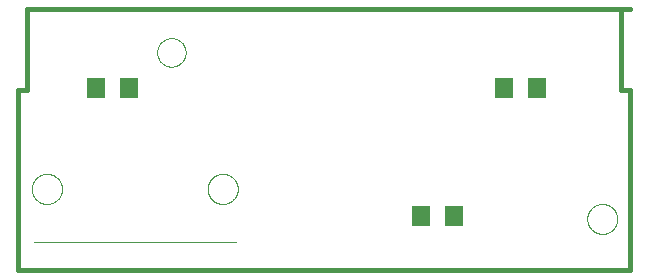
<source format=gtp>
G75*
%MOIN*%
%OFA0B0*%
%FSLAX25Y25*%
%IPPOS*%
%LPD*%
%AMOC8*
5,1,8,0,0,1.08239X$1,22.5*
%
%ADD10C,0.01600*%
%ADD11C,0.00000*%
%ADD12R,0.06299X0.07087*%
D10*
X0001800Y0001800D02*
X0205800Y0001800D01*
X0205800Y0061800D01*
X0202800Y0061800D01*
X0202800Y0088800D01*
X0205800Y0088800D01*
X0202800Y0088800D02*
X0004800Y0088800D01*
X0004800Y0061800D01*
X0001800Y0061800D01*
X0001800Y0001800D01*
D11*
X0007209Y0011005D02*
X0074391Y0011005D01*
X0065071Y0028800D02*
X0065073Y0028941D01*
X0065079Y0029083D01*
X0065089Y0029224D01*
X0065103Y0029365D01*
X0065121Y0029505D01*
X0065143Y0029645D01*
X0065168Y0029784D01*
X0065198Y0029922D01*
X0065232Y0030059D01*
X0065269Y0030196D01*
X0065310Y0030331D01*
X0065355Y0030465D01*
X0065404Y0030598D01*
X0065457Y0030729D01*
X0065513Y0030859D01*
X0065573Y0030987D01*
X0065636Y0031114D01*
X0065703Y0031238D01*
X0065773Y0031361D01*
X0065847Y0031481D01*
X0065924Y0031600D01*
X0066005Y0031716D01*
X0066089Y0031830D01*
X0066176Y0031942D01*
X0066266Y0032051D01*
X0066359Y0032157D01*
X0066455Y0032261D01*
X0066554Y0032362D01*
X0066656Y0032460D01*
X0066760Y0032556D01*
X0066867Y0032648D01*
X0066977Y0032737D01*
X0067089Y0032824D01*
X0067204Y0032907D01*
X0067320Y0032986D01*
X0067439Y0033063D01*
X0067561Y0033136D01*
X0067684Y0033205D01*
X0067809Y0033271D01*
X0067936Y0033334D01*
X0068064Y0033393D01*
X0068194Y0033448D01*
X0068326Y0033500D01*
X0068459Y0033547D01*
X0068594Y0033591D01*
X0068729Y0033632D01*
X0068866Y0033668D01*
X0069004Y0033701D01*
X0069142Y0033729D01*
X0069281Y0033754D01*
X0069421Y0033775D01*
X0069562Y0033792D01*
X0069702Y0033805D01*
X0069844Y0033814D01*
X0069985Y0033819D01*
X0070126Y0033820D01*
X0070268Y0033817D01*
X0070409Y0033810D01*
X0070550Y0033799D01*
X0070691Y0033784D01*
X0070831Y0033765D01*
X0070970Y0033742D01*
X0071109Y0033716D01*
X0071247Y0033685D01*
X0071385Y0033650D01*
X0071521Y0033612D01*
X0071656Y0033570D01*
X0071789Y0033524D01*
X0071922Y0033474D01*
X0072053Y0033421D01*
X0072182Y0033364D01*
X0072310Y0033303D01*
X0072436Y0033239D01*
X0072560Y0033171D01*
X0072682Y0033100D01*
X0072802Y0033025D01*
X0072920Y0032947D01*
X0073036Y0032865D01*
X0073149Y0032781D01*
X0073260Y0032693D01*
X0073369Y0032602D01*
X0073474Y0032508D01*
X0073578Y0032412D01*
X0073678Y0032312D01*
X0073775Y0032210D01*
X0073870Y0032104D01*
X0073962Y0031997D01*
X0074050Y0031886D01*
X0074136Y0031774D01*
X0074218Y0031658D01*
X0074297Y0031541D01*
X0074372Y0031421D01*
X0074444Y0031300D01*
X0074513Y0031176D01*
X0074578Y0031051D01*
X0074640Y0030923D01*
X0074698Y0030794D01*
X0074752Y0030664D01*
X0074803Y0030532D01*
X0074850Y0030398D01*
X0074893Y0030264D01*
X0074932Y0030128D01*
X0074968Y0029991D01*
X0074999Y0029853D01*
X0075027Y0029714D01*
X0075051Y0029575D01*
X0075071Y0029435D01*
X0075087Y0029294D01*
X0075099Y0029153D01*
X0075107Y0029012D01*
X0075111Y0028871D01*
X0075111Y0028729D01*
X0075107Y0028588D01*
X0075099Y0028447D01*
X0075087Y0028306D01*
X0075071Y0028165D01*
X0075051Y0028025D01*
X0075027Y0027886D01*
X0074999Y0027747D01*
X0074968Y0027609D01*
X0074932Y0027472D01*
X0074893Y0027336D01*
X0074850Y0027202D01*
X0074803Y0027068D01*
X0074752Y0026936D01*
X0074698Y0026806D01*
X0074640Y0026677D01*
X0074578Y0026549D01*
X0074513Y0026424D01*
X0074444Y0026300D01*
X0074372Y0026179D01*
X0074297Y0026059D01*
X0074218Y0025942D01*
X0074136Y0025826D01*
X0074050Y0025714D01*
X0073962Y0025603D01*
X0073870Y0025496D01*
X0073775Y0025390D01*
X0073678Y0025288D01*
X0073578Y0025188D01*
X0073474Y0025092D01*
X0073369Y0024998D01*
X0073260Y0024907D01*
X0073149Y0024819D01*
X0073036Y0024735D01*
X0072920Y0024653D01*
X0072802Y0024575D01*
X0072682Y0024500D01*
X0072560Y0024429D01*
X0072436Y0024361D01*
X0072310Y0024297D01*
X0072182Y0024236D01*
X0072053Y0024179D01*
X0071922Y0024126D01*
X0071789Y0024076D01*
X0071656Y0024030D01*
X0071521Y0023988D01*
X0071385Y0023950D01*
X0071247Y0023915D01*
X0071109Y0023884D01*
X0070970Y0023858D01*
X0070831Y0023835D01*
X0070691Y0023816D01*
X0070550Y0023801D01*
X0070409Y0023790D01*
X0070268Y0023783D01*
X0070126Y0023780D01*
X0069985Y0023781D01*
X0069844Y0023786D01*
X0069702Y0023795D01*
X0069562Y0023808D01*
X0069421Y0023825D01*
X0069281Y0023846D01*
X0069142Y0023871D01*
X0069004Y0023899D01*
X0068866Y0023932D01*
X0068729Y0023968D01*
X0068594Y0024009D01*
X0068459Y0024053D01*
X0068326Y0024100D01*
X0068194Y0024152D01*
X0068064Y0024207D01*
X0067936Y0024266D01*
X0067809Y0024329D01*
X0067684Y0024395D01*
X0067561Y0024464D01*
X0067439Y0024537D01*
X0067320Y0024614D01*
X0067204Y0024693D01*
X0067089Y0024776D01*
X0066977Y0024863D01*
X0066867Y0024952D01*
X0066760Y0025044D01*
X0066656Y0025140D01*
X0066554Y0025238D01*
X0066455Y0025339D01*
X0066359Y0025443D01*
X0066266Y0025549D01*
X0066176Y0025658D01*
X0066089Y0025770D01*
X0066005Y0025884D01*
X0065924Y0026000D01*
X0065847Y0026119D01*
X0065773Y0026239D01*
X0065703Y0026362D01*
X0065636Y0026486D01*
X0065573Y0026613D01*
X0065513Y0026741D01*
X0065457Y0026871D01*
X0065404Y0027002D01*
X0065355Y0027135D01*
X0065310Y0027269D01*
X0065269Y0027404D01*
X0065232Y0027541D01*
X0065198Y0027678D01*
X0065168Y0027816D01*
X0065143Y0027955D01*
X0065121Y0028095D01*
X0065103Y0028235D01*
X0065089Y0028376D01*
X0065079Y0028517D01*
X0065073Y0028659D01*
X0065071Y0028800D01*
X0006489Y0028800D02*
X0006491Y0028941D01*
X0006497Y0029083D01*
X0006507Y0029224D01*
X0006521Y0029365D01*
X0006539Y0029505D01*
X0006561Y0029645D01*
X0006586Y0029784D01*
X0006616Y0029922D01*
X0006650Y0030059D01*
X0006687Y0030196D01*
X0006728Y0030331D01*
X0006773Y0030465D01*
X0006822Y0030598D01*
X0006875Y0030729D01*
X0006931Y0030859D01*
X0006991Y0030987D01*
X0007054Y0031114D01*
X0007121Y0031238D01*
X0007191Y0031361D01*
X0007265Y0031481D01*
X0007342Y0031600D01*
X0007423Y0031716D01*
X0007507Y0031830D01*
X0007594Y0031942D01*
X0007684Y0032051D01*
X0007777Y0032157D01*
X0007873Y0032261D01*
X0007972Y0032362D01*
X0008074Y0032460D01*
X0008178Y0032556D01*
X0008285Y0032648D01*
X0008395Y0032737D01*
X0008507Y0032824D01*
X0008622Y0032907D01*
X0008738Y0032986D01*
X0008857Y0033063D01*
X0008979Y0033136D01*
X0009102Y0033205D01*
X0009227Y0033271D01*
X0009354Y0033334D01*
X0009482Y0033393D01*
X0009612Y0033448D01*
X0009744Y0033500D01*
X0009877Y0033547D01*
X0010012Y0033591D01*
X0010147Y0033632D01*
X0010284Y0033668D01*
X0010422Y0033701D01*
X0010560Y0033729D01*
X0010699Y0033754D01*
X0010839Y0033775D01*
X0010980Y0033792D01*
X0011120Y0033805D01*
X0011262Y0033814D01*
X0011403Y0033819D01*
X0011544Y0033820D01*
X0011686Y0033817D01*
X0011827Y0033810D01*
X0011968Y0033799D01*
X0012109Y0033784D01*
X0012249Y0033765D01*
X0012388Y0033742D01*
X0012527Y0033716D01*
X0012665Y0033685D01*
X0012803Y0033650D01*
X0012939Y0033612D01*
X0013074Y0033570D01*
X0013207Y0033524D01*
X0013340Y0033474D01*
X0013471Y0033421D01*
X0013600Y0033364D01*
X0013728Y0033303D01*
X0013854Y0033239D01*
X0013978Y0033171D01*
X0014100Y0033100D01*
X0014220Y0033025D01*
X0014338Y0032947D01*
X0014454Y0032865D01*
X0014567Y0032781D01*
X0014678Y0032693D01*
X0014787Y0032602D01*
X0014892Y0032508D01*
X0014996Y0032412D01*
X0015096Y0032312D01*
X0015193Y0032210D01*
X0015288Y0032104D01*
X0015380Y0031997D01*
X0015468Y0031886D01*
X0015554Y0031774D01*
X0015636Y0031658D01*
X0015715Y0031541D01*
X0015790Y0031421D01*
X0015862Y0031300D01*
X0015931Y0031176D01*
X0015996Y0031051D01*
X0016058Y0030923D01*
X0016116Y0030794D01*
X0016170Y0030664D01*
X0016221Y0030532D01*
X0016268Y0030398D01*
X0016311Y0030264D01*
X0016350Y0030128D01*
X0016386Y0029991D01*
X0016417Y0029853D01*
X0016445Y0029714D01*
X0016469Y0029575D01*
X0016489Y0029435D01*
X0016505Y0029294D01*
X0016517Y0029153D01*
X0016525Y0029012D01*
X0016529Y0028871D01*
X0016529Y0028729D01*
X0016525Y0028588D01*
X0016517Y0028447D01*
X0016505Y0028306D01*
X0016489Y0028165D01*
X0016469Y0028025D01*
X0016445Y0027886D01*
X0016417Y0027747D01*
X0016386Y0027609D01*
X0016350Y0027472D01*
X0016311Y0027336D01*
X0016268Y0027202D01*
X0016221Y0027068D01*
X0016170Y0026936D01*
X0016116Y0026806D01*
X0016058Y0026677D01*
X0015996Y0026549D01*
X0015931Y0026424D01*
X0015862Y0026300D01*
X0015790Y0026179D01*
X0015715Y0026059D01*
X0015636Y0025942D01*
X0015554Y0025826D01*
X0015468Y0025714D01*
X0015380Y0025603D01*
X0015288Y0025496D01*
X0015193Y0025390D01*
X0015096Y0025288D01*
X0014996Y0025188D01*
X0014892Y0025092D01*
X0014787Y0024998D01*
X0014678Y0024907D01*
X0014567Y0024819D01*
X0014454Y0024735D01*
X0014338Y0024653D01*
X0014220Y0024575D01*
X0014100Y0024500D01*
X0013978Y0024429D01*
X0013854Y0024361D01*
X0013728Y0024297D01*
X0013600Y0024236D01*
X0013471Y0024179D01*
X0013340Y0024126D01*
X0013207Y0024076D01*
X0013074Y0024030D01*
X0012939Y0023988D01*
X0012803Y0023950D01*
X0012665Y0023915D01*
X0012527Y0023884D01*
X0012388Y0023858D01*
X0012249Y0023835D01*
X0012109Y0023816D01*
X0011968Y0023801D01*
X0011827Y0023790D01*
X0011686Y0023783D01*
X0011544Y0023780D01*
X0011403Y0023781D01*
X0011262Y0023786D01*
X0011120Y0023795D01*
X0010980Y0023808D01*
X0010839Y0023825D01*
X0010699Y0023846D01*
X0010560Y0023871D01*
X0010422Y0023899D01*
X0010284Y0023932D01*
X0010147Y0023968D01*
X0010012Y0024009D01*
X0009877Y0024053D01*
X0009744Y0024100D01*
X0009612Y0024152D01*
X0009482Y0024207D01*
X0009354Y0024266D01*
X0009227Y0024329D01*
X0009102Y0024395D01*
X0008979Y0024464D01*
X0008857Y0024537D01*
X0008738Y0024614D01*
X0008622Y0024693D01*
X0008507Y0024776D01*
X0008395Y0024863D01*
X0008285Y0024952D01*
X0008178Y0025044D01*
X0008074Y0025140D01*
X0007972Y0025238D01*
X0007873Y0025339D01*
X0007777Y0025443D01*
X0007684Y0025549D01*
X0007594Y0025658D01*
X0007507Y0025770D01*
X0007423Y0025884D01*
X0007342Y0026000D01*
X0007265Y0026119D01*
X0007191Y0026239D01*
X0007121Y0026362D01*
X0007054Y0026486D01*
X0006991Y0026613D01*
X0006931Y0026741D01*
X0006875Y0026871D01*
X0006822Y0027002D01*
X0006773Y0027135D01*
X0006728Y0027269D01*
X0006687Y0027404D01*
X0006650Y0027541D01*
X0006616Y0027678D01*
X0006586Y0027816D01*
X0006561Y0027955D01*
X0006539Y0028095D01*
X0006521Y0028235D01*
X0006507Y0028376D01*
X0006497Y0028517D01*
X0006491Y0028659D01*
X0006489Y0028800D01*
X0048250Y0074300D02*
X0048252Y0074438D01*
X0048258Y0074575D01*
X0048268Y0074712D01*
X0048282Y0074849D01*
X0048300Y0074985D01*
X0048322Y0075121D01*
X0048347Y0075256D01*
X0048377Y0075390D01*
X0048410Y0075524D01*
X0048448Y0075656D01*
X0048489Y0075787D01*
X0048534Y0075917D01*
X0048583Y0076046D01*
X0048635Y0076173D01*
X0048691Y0076299D01*
X0048751Y0076423D01*
X0048814Y0076545D01*
X0048881Y0076665D01*
X0048951Y0076783D01*
X0049024Y0076900D01*
X0049101Y0077014D01*
X0049182Y0077125D01*
X0049265Y0077235D01*
X0049351Y0077342D01*
X0049441Y0077446D01*
X0049534Y0077548D01*
X0049629Y0077647D01*
X0049727Y0077743D01*
X0049828Y0077836D01*
X0049932Y0077926D01*
X0050038Y0078014D01*
X0050147Y0078098D01*
X0050258Y0078179D01*
X0050372Y0078257D01*
X0050487Y0078331D01*
X0050605Y0078402D01*
X0050725Y0078470D01*
X0050847Y0078534D01*
X0050970Y0078594D01*
X0051095Y0078651D01*
X0051222Y0078705D01*
X0051350Y0078754D01*
X0051480Y0078800D01*
X0051611Y0078842D01*
X0051743Y0078881D01*
X0051876Y0078915D01*
X0052010Y0078946D01*
X0052145Y0078972D01*
X0052281Y0078995D01*
X0052417Y0079014D01*
X0052554Y0079029D01*
X0052691Y0079040D01*
X0052828Y0079047D01*
X0052966Y0079050D01*
X0053103Y0079049D01*
X0053241Y0079044D01*
X0053378Y0079035D01*
X0053515Y0079022D01*
X0053651Y0079005D01*
X0053787Y0078984D01*
X0053922Y0078960D01*
X0054057Y0078931D01*
X0054191Y0078898D01*
X0054323Y0078862D01*
X0054455Y0078822D01*
X0054585Y0078778D01*
X0054714Y0078730D01*
X0054842Y0078678D01*
X0054968Y0078623D01*
X0055092Y0078565D01*
X0055214Y0078502D01*
X0055335Y0078436D01*
X0055454Y0078367D01*
X0055571Y0078294D01*
X0055685Y0078218D01*
X0055798Y0078139D01*
X0055908Y0078056D01*
X0056015Y0077970D01*
X0056120Y0077882D01*
X0056222Y0077790D01*
X0056322Y0077695D01*
X0056419Y0077597D01*
X0056513Y0077497D01*
X0056604Y0077394D01*
X0056692Y0077288D01*
X0056777Y0077180D01*
X0056859Y0077070D01*
X0056938Y0076957D01*
X0057013Y0076842D01*
X0057085Y0076724D01*
X0057153Y0076605D01*
X0057218Y0076484D01*
X0057280Y0076361D01*
X0057337Y0076236D01*
X0057392Y0076110D01*
X0057442Y0075982D01*
X0057489Y0075853D01*
X0057532Y0075722D01*
X0057571Y0075590D01*
X0057607Y0075457D01*
X0057638Y0075323D01*
X0057666Y0075189D01*
X0057690Y0075053D01*
X0057710Y0074917D01*
X0057726Y0074781D01*
X0057738Y0074644D01*
X0057746Y0074506D01*
X0057750Y0074369D01*
X0057750Y0074231D01*
X0057746Y0074094D01*
X0057738Y0073956D01*
X0057726Y0073819D01*
X0057710Y0073683D01*
X0057690Y0073547D01*
X0057666Y0073411D01*
X0057638Y0073277D01*
X0057607Y0073143D01*
X0057571Y0073010D01*
X0057532Y0072878D01*
X0057489Y0072747D01*
X0057442Y0072618D01*
X0057392Y0072490D01*
X0057337Y0072364D01*
X0057280Y0072239D01*
X0057218Y0072116D01*
X0057153Y0071995D01*
X0057085Y0071876D01*
X0057013Y0071758D01*
X0056938Y0071643D01*
X0056859Y0071530D01*
X0056777Y0071420D01*
X0056692Y0071312D01*
X0056604Y0071206D01*
X0056513Y0071103D01*
X0056419Y0071003D01*
X0056322Y0070905D01*
X0056222Y0070810D01*
X0056120Y0070718D01*
X0056015Y0070630D01*
X0055908Y0070544D01*
X0055798Y0070461D01*
X0055685Y0070382D01*
X0055571Y0070306D01*
X0055454Y0070233D01*
X0055335Y0070164D01*
X0055214Y0070098D01*
X0055092Y0070035D01*
X0054968Y0069977D01*
X0054842Y0069922D01*
X0054714Y0069870D01*
X0054585Y0069822D01*
X0054455Y0069778D01*
X0054323Y0069738D01*
X0054191Y0069702D01*
X0054057Y0069669D01*
X0053922Y0069640D01*
X0053787Y0069616D01*
X0053651Y0069595D01*
X0053515Y0069578D01*
X0053378Y0069565D01*
X0053241Y0069556D01*
X0053103Y0069551D01*
X0052966Y0069550D01*
X0052828Y0069553D01*
X0052691Y0069560D01*
X0052554Y0069571D01*
X0052417Y0069586D01*
X0052281Y0069605D01*
X0052145Y0069628D01*
X0052010Y0069654D01*
X0051876Y0069685D01*
X0051743Y0069719D01*
X0051611Y0069758D01*
X0051480Y0069800D01*
X0051350Y0069846D01*
X0051222Y0069895D01*
X0051095Y0069949D01*
X0050970Y0070006D01*
X0050847Y0070066D01*
X0050725Y0070130D01*
X0050605Y0070198D01*
X0050487Y0070269D01*
X0050372Y0070343D01*
X0050258Y0070421D01*
X0050147Y0070502D01*
X0050038Y0070586D01*
X0049932Y0070674D01*
X0049828Y0070764D01*
X0049727Y0070857D01*
X0049629Y0070953D01*
X0049534Y0071052D01*
X0049441Y0071154D01*
X0049351Y0071258D01*
X0049265Y0071365D01*
X0049182Y0071475D01*
X0049101Y0071586D01*
X0049024Y0071700D01*
X0048951Y0071817D01*
X0048881Y0071935D01*
X0048814Y0072055D01*
X0048751Y0072177D01*
X0048691Y0072301D01*
X0048635Y0072427D01*
X0048583Y0072554D01*
X0048534Y0072683D01*
X0048489Y0072813D01*
X0048448Y0072944D01*
X0048410Y0073076D01*
X0048377Y0073210D01*
X0048347Y0073344D01*
X0048322Y0073479D01*
X0048300Y0073615D01*
X0048282Y0073751D01*
X0048268Y0073888D01*
X0048258Y0074025D01*
X0048252Y0074162D01*
X0048250Y0074300D01*
X0191600Y0018800D02*
X0191602Y0018941D01*
X0191608Y0019082D01*
X0191618Y0019222D01*
X0191632Y0019362D01*
X0191650Y0019502D01*
X0191671Y0019641D01*
X0191697Y0019780D01*
X0191726Y0019918D01*
X0191760Y0020054D01*
X0191797Y0020190D01*
X0191838Y0020325D01*
X0191883Y0020459D01*
X0191932Y0020591D01*
X0191984Y0020722D01*
X0192040Y0020851D01*
X0192100Y0020978D01*
X0192163Y0021104D01*
X0192229Y0021228D01*
X0192300Y0021351D01*
X0192373Y0021471D01*
X0192450Y0021589D01*
X0192530Y0021705D01*
X0192614Y0021818D01*
X0192700Y0021929D01*
X0192790Y0022038D01*
X0192883Y0022144D01*
X0192978Y0022247D01*
X0193077Y0022348D01*
X0193178Y0022446D01*
X0193282Y0022541D01*
X0193389Y0022633D01*
X0193498Y0022722D01*
X0193610Y0022807D01*
X0193724Y0022890D01*
X0193840Y0022970D01*
X0193959Y0023046D01*
X0194080Y0023118D01*
X0194202Y0023188D01*
X0194327Y0023253D01*
X0194453Y0023316D01*
X0194581Y0023374D01*
X0194711Y0023429D01*
X0194842Y0023481D01*
X0194975Y0023528D01*
X0195109Y0023572D01*
X0195244Y0023613D01*
X0195380Y0023649D01*
X0195517Y0023681D01*
X0195655Y0023710D01*
X0195793Y0023735D01*
X0195933Y0023755D01*
X0196073Y0023772D01*
X0196213Y0023785D01*
X0196354Y0023794D01*
X0196494Y0023799D01*
X0196635Y0023800D01*
X0196776Y0023797D01*
X0196917Y0023790D01*
X0197057Y0023779D01*
X0197197Y0023764D01*
X0197337Y0023745D01*
X0197476Y0023723D01*
X0197614Y0023696D01*
X0197752Y0023666D01*
X0197888Y0023631D01*
X0198024Y0023593D01*
X0198158Y0023551D01*
X0198292Y0023505D01*
X0198424Y0023456D01*
X0198554Y0023402D01*
X0198683Y0023345D01*
X0198810Y0023285D01*
X0198936Y0023221D01*
X0199059Y0023153D01*
X0199181Y0023082D01*
X0199301Y0023008D01*
X0199418Y0022930D01*
X0199533Y0022849D01*
X0199646Y0022765D01*
X0199757Y0022678D01*
X0199865Y0022587D01*
X0199970Y0022494D01*
X0200073Y0022397D01*
X0200173Y0022298D01*
X0200270Y0022196D01*
X0200364Y0022091D01*
X0200455Y0021984D01*
X0200543Y0021874D01*
X0200628Y0021762D01*
X0200710Y0021647D01*
X0200789Y0021530D01*
X0200864Y0021411D01*
X0200936Y0021290D01*
X0201004Y0021167D01*
X0201069Y0021042D01*
X0201131Y0020915D01*
X0201188Y0020786D01*
X0201243Y0020656D01*
X0201293Y0020525D01*
X0201340Y0020392D01*
X0201383Y0020258D01*
X0201422Y0020122D01*
X0201457Y0019986D01*
X0201489Y0019849D01*
X0201516Y0019711D01*
X0201540Y0019572D01*
X0201560Y0019432D01*
X0201576Y0019292D01*
X0201588Y0019152D01*
X0201596Y0019011D01*
X0201600Y0018870D01*
X0201600Y0018730D01*
X0201596Y0018589D01*
X0201588Y0018448D01*
X0201576Y0018308D01*
X0201560Y0018168D01*
X0201540Y0018028D01*
X0201516Y0017889D01*
X0201489Y0017751D01*
X0201457Y0017614D01*
X0201422Y0017478D01*
X0201383Y0017342D01*
X0201340Y0017208D01*
X0201293Y0017075D01*
X0201243Y0016944D01*
X0201188Y0016814D01*
X0201131Y0016685D01*
X0201069Y0016558D01*
X0201004Y0016433D01*
X0200936Y0016310D01*
X0200864Y0016189D01*
X0200789Y0016070D01*
X0200710Y0015953D01*
X0200628Y0015838D01*
X0200543Y0015726D01*
X0200455Y0015616D01*
X0200364Y0015509D01*
X0200270Y0015404D01*
X0200173Y0015302D01*
X0200073Y0015203D01*
X0199970Y0015106D01*
X0199865Y0015013D01*
X0199757Y0014922D01*
X0199646Y0014835D01*
X0199533Y0014751D01*
X0199418Y0014670D01*
X0199301Y0014592D01*
X0199181Y0014518D01*
X0199059Y0014447D01*
X0198936Y0014379D01*
X0198810Y0014315D01*
X0198683Y0014255D01*
X0198554Y0014198D01*
X0198424Y0014144D01*
X0198292Y0014095D01*
X0198158Y0014049D01*
X0198024Y0014007D01*
X0197888Y0013969D01*
X0197752Y0013934D01*
X0197614Y0013904D01*
X0197476Y0013877D01*
X0197337Y0013855D01*
X0197197Y0013836D01*
X0197057Y0013821D01*
X0196917Y0013810D01*
X0196776Y0013803D01*
X0196635Y0013800D01*
X0196494Y0013801D01*
X0196354Y0013806D01*
X0196213Y0013815D01*
X0196073Y0013828D01*
X0195933Y0013845D01*
X0195793Y0013865D01*
X0195655Y0013890D01*
X0195517Y0013919D01*
X0195380Y0013951D01*
X0195244Y0013987D01*
X0195109Y0014028D01*
X0194975Y0014072D01*
X0194842Y0014119D01*
X0194711Y0014171D01*
X0194581Y0014226D01*
X0194453Y0014284D01*
X0194327Y0014347D01*
X0194202Y0014412D01*
X0194080Y0014482D01*
X0193959Y0014554D01*
X0193840Y0014630D01*
X0193724Y0014710D01*
X0193610Y0014793D01*
X0193498Y0014878D01*
X0193389Y0014967D01*
X0193282Y0015059D01*
X0193178Y0015154D01*
X0193077Y0015252D01*
X0192978Y0015353D01*
X0192883Y0015456D01*
X0192790Y0015562D01*
X0192700Y0015671D01*
X0192614Y0015782D01*
X0192530Y0015895D01*
X0192450Y0016011D01*
X0192373Y0016129D01*
X0192300Y0016249D01*
X0192229Y0016372D01*
X0192163Y0016496D01*
X0192100Y0016622D01*
X0192040Y0016749D01*
X0191984Y0016878D01*
X0191932Y0017009D01*
X0191883Y0017141D01*
X0191838Y0017275D01*
X0191797Y0017410D01*
X0191760Y0017546D01*
X0191726Y0017682D01*
X0191697Y0017820D01*
X0191671Y0017959D01*
X0191650Y0018098D01*
X0191632Y0018238D01*
X0191618Y0018378D01*
X0191608Y0018518D01*
X0191602Y0018659D01*
X0191600Y0018800D01*
D12*
X0147312Y0019800D03*
X0136288Y0019800D03*
X0163788Y0062300D03*
X0174812Y0062300D03*
X0038812Y0062300D03*
X0027788Y0062300D03*
M02*

</source>
